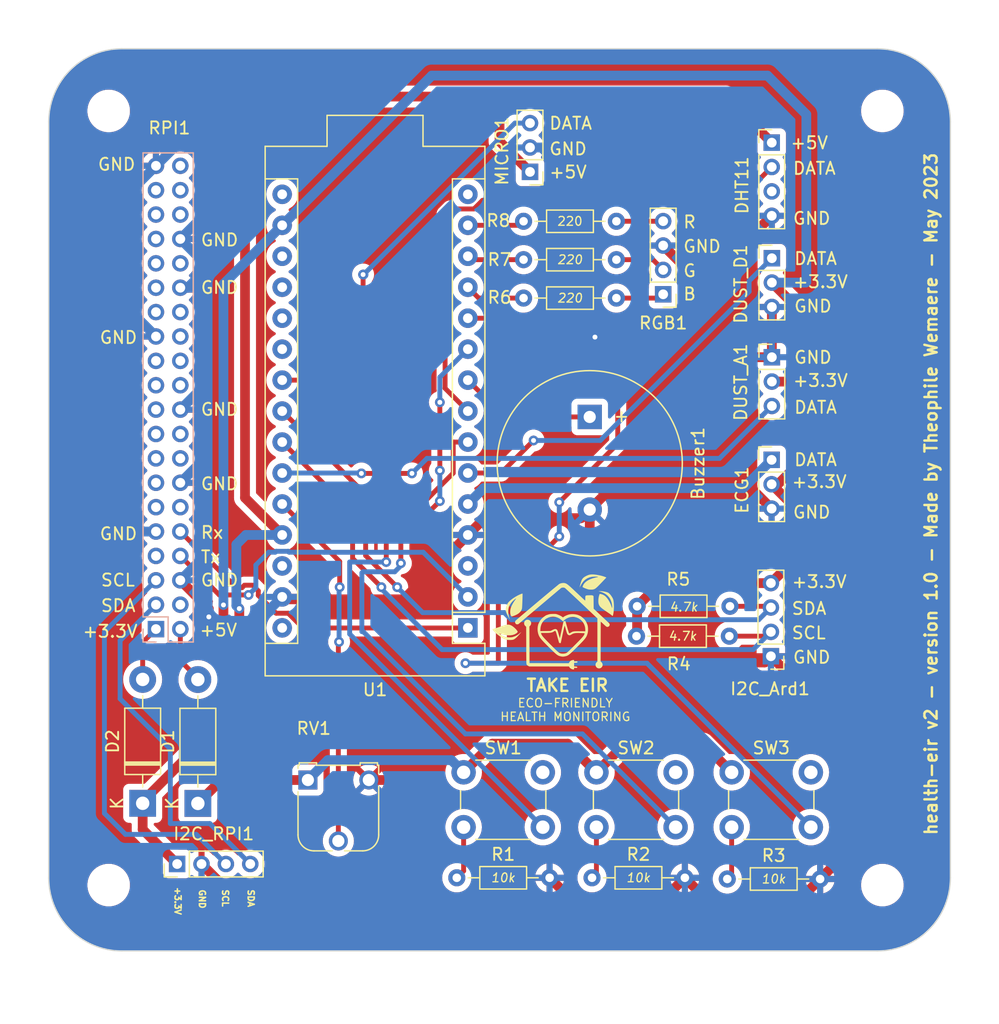
<source format=kicad_pcb>
(kicad_pcb (version 20221018) (generator pcbnew)
  (layers (0 "F.Cu" signal) (31 "B.Cu" signal) (34 "B.Paste" user) (35 "F.Paste" user) (36 "B.SilkS" user "B.Silkscreen") (37 "F.SilkS" user "F.Silkscreen") (38 "B.Mask" user) (39 "F.Mask" user) (44 "Edge.Cuts" user))
  (net 0 "")
  (net 1 "/BUZZER")
  (net 2 "GND")
  (net 3 "+5V")
  (net 4 "Net-(D1-A)")
  (net 5 "+3.3V")
  (net 6 "Net-(D2-A)")
  (net 7 "/MICROPHONE")
  (net 8 "/DHT11")
  (net 10 "/SHARP_ANALOG")
  (net 11 "/SHARP_DIGITAL")
  (net 12 "/SCL_CO2")
  (net 13 "/SDA_CO2")
  (net 14 "/ECG")
  (net 15 "/SDA_OLED")
  (net 16 "Net-(RGB1-Pin_1)")
  (net 17 "/SCL_OLED")
  (net 18 "Net-(RGB1-Pin_2)")
  (net 19 "/Tx_RPI")
  (net 20 "/Rx_RPI")
  (net 21 "Net-(RGB1-Pin_4)")
  (net 45 "/BLUE")
  (net 46 "/GREEN")
  (net 47 "/RED")
  (net 48 "Net-(R1-Pad1)")
  (net 49 "Net-(R2-Pad1)")
  (net 50 "Net-(R3-Pad1)")
  (net 51 "/POT")
  (net 60 "/SW1")
  (net 61 "/SW2")
  (net 62 "/SW3")
  (footprint "Connector_PinHeader_2.00mm:PinHeader_1x04_P2.00mm_Vertical" (layer "F.Cu") (at 176.27 82.83 180)
    (fp_text reference "I2C_Ard1")
    (fp_text value "Conn_01x04_Socket")
  )
  (footprint "Resistor_THT:R_Axial_DIN0204_L3.6mm_D1.6mm_P7.62mm_Horizontal" (layer "F.Cu") (at 172.86 81.18 180)
    (fp_text reference "R4")
    (fp_text value locked "4.7k ")
  )
  (footprint "Resistor_THT:R_Axial_DIN0204_L3.6mm_D1.6mm_P7.62mm_Horizontal" (layer "F.Cu") (at 172.91 78.73 180)
    (fp_text reference "R5")
    (fp_text value locked "4.7k ")
  )
  (footprint "Connector_PinHeader_2.00mm:PinHeader_1x03_P2.00mm_Vertical" (layer "F.Cu") (at 176.35 50.18)
    (fp_text reference "DUST_D1")
    (fp_text value "Conn_01x03_Socket")
  )
  (footprint "Connector_PinHeader_2.00mm:PinHeader_1x03_P2.00mm_Vertical" (layer "F.Cu") (at 156.5 43.1 180)
    (fp_text reference "MICRO1")
    (fp_text value "Conn_01x03_Socket")
  )
  (footprint "Resistor_THT:R_Axial_DIN0204_L3.6mm_D1.6mm_P7.62mm_Horizontal" (layer "F.Cu") (at 163.59 53.45 180)
    (fp_text reference "R6")
    (fp_text value "220")
  )
  (footprint "Resistor_THT:R_Axial_DIN0204_L3.6mm_D1.6mm_P7.62mm_Horizontal" (layer "F.Cu") (at 150.49 101)
    (fp_text reference "R1")
    (fp_text value "R 10K")
  )
  (footprint "Resistor_THT:R_Axial_DIN0204_L3.6mm_D1.6mm_P7.62mm_Horizontal" (layer "F.Cu") (at 163.59 47.15 180)
    (fp_text reference "R8")
    (fp_text value "220")
  )
  (footprint "Connector_PinHeader_2.00mm:PinHeader_1x04_P2.00mm_Vertical" (layer "F.Cu") (at 127.54 99.87 90)
    (fp_text reference "I2C_RPI1")
    (fp_text value "Conn_01x04_Socket")
  )
  (footprint "Connector_PinHeader_2.00mm:PinHeader_1x03_P2.00mm_Vertical" (layer "F.Cu") (at 176.35 58.3)
    (fp_text reference "DUST_A1")
    (fp_text value "Conn_01x03_Socket")
  )
  (footprint "Buzzer_Beeper:Buzzer_15x7.5RM7.6" (layer "F.Cu") (at 161.4 63.2 -90)
    (fp_text reference "Buzzer1")
    (fp_text value "Buzzer")
  )
  (footprint "Resistor_THT:R_Axial_DIN0204_L3.6mm_D1.6mm_P7.62mm_Horizontal" (layer "F.Cu") (at 172.69 101.1)
    (fp_text reference "R3")
    (fp_text value "R 10K")
  )
  (footprint "MountingHole:MountingHole_3mm" (layer "F.Cu") (at 121.92 38.1)
    (fp_text reference "H2" hide)
    (fp_text value "MountingHole")
  )
  (footprint "MountingHole:MountingHole_3mm" (layer "F.Cu") (at 121.92 101.6)
    (fp_text reference "H4" hide)
    (fp_text value "MountingHole")
  )
  (footprint "Connector_PinHeader_2.00mm:PinHeader_1x03_P2.00mm_Vertical" (layer "F.Cu") (at 176.33 66.72)
    (fp_text reference "ECG1")
    (fp_text value "Conn_01x03_Socket")
  )
  (footprint "Diode_THT:D_DO-41_SOD81_P10.16mm_Horizontal" (layer "F.Cu") (at 124.71 94.89 90)
    (fp_text reference "D2")
    (fp_text value "1N4007")
  )
  (footprint "Potentiometer_THT:Potentiometer_Runtron_RM-065_Vertical" (layer "F.Cu") (at 138.27 92.98)
    (fp_text reference "RV1")
    (fp_text value "R_Potentiometer")
  )
  (footprint "Button_Switch_THT:SW_PUSH_6mm_H5mm_PATCHED" (layer "F.Cu") (at 173.05 92.35)
    (fp_text reference "SW3")
    (fp_text value "SW_Push_Dual")
  )
  (footprint "Resistor_THT:R_Axial_DIN0204_L3.6mm_D1.6mm_P7.62mm_Horizontal" (layer "F.Cu") (at 161.59 101)
    (fp_text reference "R2")
    (fp_text value "R 10K")
  )
  (footprint "Connector_PinHeader_2.00mm:PinHeader_1x04_P2.00mm_Vertical" (layer "F.Cu") (at 167.43 53.14 180)
    (fp_text reference "RGB1")
    (fp_text value "Conn_01x04_Socket")
  )
  (footprint "Button_Switch_THT:SW_PUSH_6mm_H5mm_PATCHED" (layer "F.Cu") (at 161.95 92.35)
    (fp_text reference "SW2")
    (fp_text value "SW_Push_Dual")
  )
  (footprint "Resistor_THT:R_Axial_DIN0204_L3.6mm_D1.6mm_P7.62mm_Horizontal" (layer "F.Cu") (at 163.59 50.3 180)
    (fp_text reference "R7")
    (fp_text value "220")
  )
  (footprint "LOGO" (layer "F.Cu") (at 158.4 81.7)
    (fp_text reference "G***" hide)
    (fp_text value "LOGO" hide)
  )
  (footprint "MountingHole:MountingHole_3mm" (layer "F.Cu") (at 185.42 38.1)
    (fp_text reference "H1" hide)
    (fp_text value "MountingHole")
  )
  (footprint "MountingHole:MountingHole_3mm" (layer "F.Cu") (at 185.42 101.6)
    (fp_text reference "H3" hide)
    (fp_text value "MountingHole")
  )
  (footprint "Connector_PinHeader_2.00mm:PinHeader_1x04_P2.00mm_Vertical" (layer "F.Cu") (at 176.34 40.7)
    (fp_text reference "DHT11")
    (fp_text value "Conn_01x04_Socket")
  )
  (footprint "Arduino:Arduino_Nano" (layer "F.Cu") (at 151.4 80.5 180)
    (fp_text reference "U1")
    (fp_text value "Arduino_Nano")
  )
  (footprint "Button_Switch_THT:SW_PUSH_6mm_H5mm_PATCHED" (layer "F.Cu") (at 151.05 92.35)
    (fp_text reference "SW1")
    (fp_text value "SW_Push_Dual")
  )
  (footprint "Diode_THT:D_DO-41_SOD81_P10.16mm_Horizontal" (layer "F.Cu") (at 129.24 94.9 90)
    (fp_text reference "D1")
    (fp_text value "1N4007")
  )
  (footprint "Connector_PinHeader_2.00mm:PinHeader_2x20_P2.00mm_Vertical" (layer "B.Cu") (at 125.8 80.6)
    (fp_text reference "RPI1")
    (fp_text value "Conn_02x20_Odd_Even" hide)
  )
  (gr_arc (start 117 39) (mid 118.757359 34.757359) (end 123 33) (stroke (width 0.1)) (layer "Edge.Cuts"))
  (gr_line (start 191 39) (end 191 101) (stroke (width 0.1)) (layer "Edge.Cuts"))
  (gr_arc (start 191 101) (mid 189.242641 105.242641) (end 185 107) (stroke (width 0.1)) (layer "Edge.Cuts"))
  (gr_line (start 117 101) (end 117 39) (stroke (width 0.1)) (layer "Edge.Cuts"))
  (gr_arc (start 123 107) (mid 118.757359 105.242641) (end 117 101) (stroke (width 0.1)) (layer "Edge.Cuts"))
  (gr_line (start 185 33) (end 123 33) (stroke (width 0.1)) (layer "Edge.Cuts"))
  (gr_arc (start 185 33) (mid 189.242641 34.757359) (end 191 39) (stroke (width 0.1)) (layer "Edge.Cuts"))
  (gr_line (start 185 107) (end 123 107) (stroke (width 0.1)) (layer "Edge.Cuts"))
  (gr_text "GND\n" (at 129.3 101.9 270) (layer "F.SilkS") (effects (font (size 0.5 0.5) (thickness 0.125)) (justify left bottom)))
  (gr_text "GND" (at 129.4 69.27) (layer "F.SilkS") (effects (font (size 1 1)) (justify left bottom)))
  (gr_text "GND" (at 178 71.6) (layer "F.SilkS") (effects (font (size 1 1)) (justify left bottom)))
  (gr_text "G" (at 169 51.8) (layer "F.SilkS") (effects (font (size 1 1)) (justify left bottom)))
  (gr_text "Rx" (at 129.4 73.27) (layer "F.SilkS") (effects (font (size 1 1)) (justify left bottom)))
  (gr_text "+3.3V" (at 177.9 77.3) (layer "F.SilkS") (effects (font (size 1 1)) (justify left bottom)))
  (gr_text "GND" (at 178 47.5) (layer "F.SilkS") (effects (font (size 1 1)) (justify left bottom)))
  (gr_text "GND" (at 129.4 77.17) (layer "F.SilkS") (effects (font (size 1 1)) (justify left bottom)))
  (gr_text "GND" (at 121.1 73.37) (layer "F.SilkS") (effects (font (size 1 1)) (justify left bottom)))
  (gr_text "SCL" (at 121.2 77.17) (layer "F.SilkS") (effects (font (size 1 1)) (justify left bottom)))
  (gr_text "+3.3V" (at 178 52.7) (layer "F.SilkS") (effects (font (size 1 1)) (justify left bottom)))
  (gr_text "GND" (at 169 49.8) (layer "F.SilkS") (effects (font (size 1 1)) (justify left bottom)))
  (gr_text "GND" (at 158 41.8) (layer "F.SilkS") (effects (font (size 1 1)) (justify left bottom)))
  (gr_text "GND" (at 120.95 43.07) (layer "F.SilkS") (effects (font (size 1 1)) (justify left bottom)))
  (gr_text "R" (at 169 47.8) (layer "F.SilkS") (effects (font (size 1 1)) (justify left bottom)))
  (gr_text "TAKE EIR" (at 156.1 85.8) (layer "F.SilkS") (effects (font (size 1 1) (thickness 0.2) bold) (justify left bottom)))
  (gr_text "GND" (at 178.1 54.7) (layer "F.SilkS") (effects (font (size 1 1)) (justify left bottom)))
  (gr_text "ECO-FRIENDLY\nHEALTH MONITORING" (at 159.4 88.2) (layer "F.SilkS") (effects (font (size 0.7 0.7) (thickness 0.1)) (justify bottom)))
  (gr_text "GND" (at 129.4 49.27) (layer "F.SilkS") (effects (font (size 1 1)) (justify left bottom)))
  (gr_text "DATA\n" (at 178.1 50.8) (layer "F.SilkS") (effects (font (size 1 1)) (justify left bottom)))
  (gr_text "GND" (at 178.1 58.9) (layer "F.SilkS") (effects (font (size 1 1)) (justify left bottom)))
  (gr_text "+3.3V" (at 119.7 81.37) (layer "F.SilkS") (effects (font (size 1 1)) (justify left bottom)))
  (gr_text "+5V" (at 177.8 41.3) (layer "F.SilkS") (effects (font (size 1 1)) (justify left bottom)))
  (gr_text "SCL\n" (at 131.2 101.9 270) (layer "F.SilkS") (effects (font (size 0.5 0.5) (thickness 0.125)) (justify left bottom)))
  (gr_text "+5V" (at 129.3 81.27) (layer "F.SilkS") (effects (font (size 1 1)) (justify left bottom)))
  (gr_text "+3.3V" (at 178 60.8) (layer "F.SilkS") (effects (font (size 1 1)) (justify left bottom)))
  (gr_text "Tx" (at 129.4 75.27) (layer "F.SilkS") (effects (font (size 1 1)) (justify left bottom)))
  (gr_text "+5V" (at 158 43.7) (layer "F.SilkS") (effects (font (size 1 1)) (justify left bottom)))
  (gr_text "GND" (at 178 83.5) (layer "F.SilkS") (effects (font (size 1 1)) (justify left bottom)))
  (gr_text "DATA" (at 158 39.7) (layer "F.SilkS") (effects (font (size 1 1)) (justify left bottom)))
  (gr_text "SDA" (at 121.2 79.27) (layer "F.SilkS") (effects (font (size 1 1)) (justify left bottom)))
  (gr_text "SDA" (at 133.3 101.9 270) (layer "F.SilkS") (effects (font (size 0.5 0.5) (thickness 0.125)) (justify left bottom)))
  (gr_text "SDA\n" (at 177.9 79.5) (layer "F.SilkS") (effects (font (size 1 1)) (justify left bottom)))
  (gr_text "DATA" (at 178.1 67.3) (layer "F.SilkS") (effects (font (size 1 1)) (justify left bottom)))
  (gr_text "health-eir v2 - version 1.0 - Made by Theophile Wemaere - May 2023" (at 190 97.6 90) (layer "F.SilkS") (effects (font (size 1 1) (thickness 0.2) bold) (justify left bottom)))
  (gr_text "DATA" (at 178 43.4) (layer "F.SilkS") (effects (font (size 1 1)) (justify left bottom)))
  (gr_text "+3.3V" (at 177.9 69.1) (layer "F.SilkS") (effects (font (size 1 1)) (justify left bottom)))
  (gr_text "+3.3V" (at 127.3 101.7 270) (layer "F.SilkS") (effects (font (size 0.5 0.5) (thickness 0.125)) (justify left bottom)))
  (gr_text "GND" (at 121.1 57.27) (layer "F.SilkS") (effects (font (size 1 1)) (justify left bottom)))
  (gr_text "DATA\n" (at 178.1 63) (layer "F.SilkS") (effects (font (size 1 1)) (justify left bottom)))
  (gr_text "GND" (at 129.4 53.17) (layer "F.SilkS") (effects (font (size 1 1)) (justify left bottom)))
  (gr_text "SCL\n" (at 177.9 81.5) (layer "F.SilkS") (effects (font (size 1 1)) (justify left bottom)))
  (gr_text "B" (at 169 53.7) (layer "F.SilkS") (effects (font (size 1 1)) (justify left bottom)))
  (gr_text "GND" (at 129.4 63.17) (layer "F.SilkS") (effects (font (size 1 1)) (justify left bottom)))
  (segment (start 154.42 63.2) (end 151.4 60.18) (width 0.4) (layer "F.Cu") (net 1))
  (segment (start 161.4 63.2) (end 154.42 63.2) (width 0.4) (layer "F.Cu") (net 1))
  (segment (start 158.11 101) (end 160.01 102.9) (width 0.8) (layer "F.Cu") (net 2))
  (segment (start 169.94 58.27) (end 169.94 62.26) (width 0.8) (layer "F.Cu") (net 2))
  (segment (start 161.83 56.65) (end 169.94 56.65) (width 0.8) (layer "F.Cu") (net 2))
  (segment (start 178.51 102.9) (end 180.31 101.1) (width 0.8) (layer "F.Cu") (net 2))
  (segment (start 169.94 56.65) (end 169.94 58.27) (width 0.8) (layer "F.Cu") (net 2))
  (segment (start 175.76 83.34) (end 156.25 83.34) (width 0.8) (layer "F.Cu") (net 2))
  (segment (start 169.94 62.26) (end 161.4 70.8) (width 0.8) (layer "F.Cu") (net 2))
  (segment (start 162.26 70.8) (end 161.4 70.8) (width 0.25) (layer "F.Cu") (net 2))
  (segment (start 176.35 58.3) (end 172.85 58.3) (width 0.8) (layer "F.Cu") (net 2))
  (segment (start 161.4 70.8) (end 161.4 70.72) (width 0.25) (layer "F.Cu") (net 2))
  (segment (start 161.4 70.8) (end 161.4 77.41) (width 0.8) (layer "F.Cu") (net 2))
  (segment (start 156.25 83.34) (end 155.86 82.95) (width 0.8) (layer "F.Cu") (net 2))
  (segment (start 176.33 70.72) (end 169.94 64.33) (width 0.8) (layer "F.Cu") (net 2))
  (segment (start 169.94 64.33) (end 169.94 62.26) (width 0.8) (layer "F.Cu") (net 2))
  (segment (start 145.83 98.9) (end 145.83 92.98) (width 0.8) (layer "F.Cu") (net 2))
  (segment (start 131.67 102) (end 142.73 102) (width 0.8) (layer "F.Cu") (net 2))
  (segment (start 167.43 49.14) (end 169.94 51.65) (width 0.8) (layer "F.Cu") (net 2))
  (segment (start 176.34 46.7) (end 172.85 50.19) (width 0.8) (layer "F.Cu") (net 2))
  (segment (start 171.11 102.9) (end 178.51 102.9) (width 0.8) (layer "F.Cu") (net 2))
  (segment (start 167.31 102.9) (end 169.21 101) (width 0.8) (layer "F.Cu") (net 2))
  (segment (start 152.78 71.5) (end 151.4 72.88) (width 0.8) (layer "F.Cu") (net 2))
  (segment (start 142.73 102) (end 145.83 98.9) (width 0.8) (layer "F.Cu") (net 2))
  (segment (start 129.54 99.87) (end 131.67 102) (width 0.8) (layer "F.Cu") (net 2))
  (segment (start 172.85 58.3) (end 169.97 58.3) (width 0.8) (layer "F.Cu") (net 2))
  (segment (start 176.27 82.83) (end 182.4 88.96) (width 0.8) (layer "F.Cu") (net 2))
  (segment (start 176.27 82.83) (end 175.76 83.34) (width 0.8) (layer "F.Cu") (net 2))
  (segment (start 172.85 50.19) (end 172.85 58.3) (width 0.8) (layer "F.Cu") (net 2))
  (segment (start 160.7 71.5) (end 152.78 71.5) (width 0.8) (layer "F.Cu") (net 2))
  (segment (start 182.4 88.96) (end 182.4 99.01) (width 0.8) (layer "F.Cu") (net 2))
  (segment (start 161.4 77.41) (end 155.86 82.95) (width 0.8) (layer "F.Cu") (net 2))
  (segment (start 145.83 92.98) (end 143.27 92.98) (width 0.8) (layer "F.Cu") (net 2))
  (segment (start 129.4 52.6) (end 127.8 52.6) (width 0.8) (layer "F.Cu") (net 2))
  (segment (start 182.4 99.01) (end 180.31 101.1) (width 0.8) (layer "F.Cu") (net 2))
  (segment (start 161.4 70.72) (end 161.36 70.68) (width 0.25) (layer "F.Cu") (net 2))
  (segment (start 160.01 102.9) (end 167.31 102.9) (width 0.8) (layer "F.Cu") (net 2))
  (segment (start 155.86 82.95) (end 145.83 92.98) (width 0.8) (layer "F.Cu") (net 2))
  (segment (start 169.97 58.3) (end 169.94 58.27) (width 0.8) (layer "F.Cu") (net 2))
  (segment (start 161.4 70.8) (end 160.7 71.5) (width 0.8) (layer "F.Cu") (net 2))
  (segment (start 176.35 54.18) (end 176.35 58.3) (width 0.8) (layer "F.Cu") (net 2))
  (segment (start 169.21 101) (end 171.11 102.9) (width 0.8) (layer "F.Cu") (net 2))
  (segment (start 151.4 72.88) (end 146.12 78.16) (width 0.8) (layer "F.Cu") (net 2))
  (segment (start 169.94 51.65) (end 169.94 56.65) (width 0.8) (layer "F.Cu") (net 2))
  (segment (start 136.36 78.16) (end 136.16 77.96) (width 0.8) (layer "F.Cu") (net 2))
  (segment (start 130.14 78.94) (end 130.14 79.6) (width 0.8) (layer "F.Cu") (net 2))
  (segment (start 146.12 78.16) (end 136.36 78.16) (width 0.8) (layer "F.Cu") (net 2))
  (segment (start 127.8 76.6) (end 130.14 78.94) (width 0.8) (layer "F.Cu") (net 2))
  (via (at 130.14 79.6) (size 0.8) (drill 0.4) (layers "F.Cu" "B.Cu") (net 2))
  (via (at 161.83 56.65) (size 0.8) (drill 0.4) (layers "F.Cu" "B.Cu") (net 2))
  (segment (start 124 71.9) (end 124.7 72.6) (width 0.8) (layer "B.Cu") (net 2))
  (segment (start 124 54.8) (end 125.8 56.6) (width 0.8) (layer "B.Cu") (net 2))
  (segment (start 134.2 79.92) (end 136.16 77.96) (width 0.8) (layer "B.Cu") (net 2))
  (segment (start 130 60.4) (end 130 66) (width 0.8) (layer "B.Cu") (net 2))
  (segment (start 129.6 52.6) (end 130 53) (width 0.8) (layer "B.Cu") (net 2))
  (segment (start 160.512297 44.157703) (end 161.83 45.475406) (width 0.8) (layer "B.Cu") (net 2))
  (segment (start 130 46.4) (end 130 41.998438) (width 0.8) (layer "B.Cu") (net 2))
  (segment (start 127.4 41) (end 125.8 42.6) (width 0.8) (layer "B.Cu") (net 2))
  (segment (start 130 60.4) (end 127.8 62.6) (width 0.8) (layer "B.Cu") (net 2))
  (segment (start 161.83 45.475406) (end 161.83 56.65) (width 0.8) (layer "B.Cu") (net 2))
  (segment (start 128.4 52.6) (end 130 51) (width 0.8) (layer "B.Cu") (net 2))
  (segment (start 130 66) (end 130 74.4) (width 0.8) (layer "B.Cu") (net 2))
  (segment (start 130 41.998438) (end 129.001562 41) (width 0.8) (layer "B.Cu") (net 2))
  (segment (start 127.8 48.6) (end 130 46.4) (width 0.8) (layer "B.Cu") (net 2))
  (segment (start 129.001562 41) (end 127.4 41) (width 0.8) (layer "B.Cu") (net 2))
  (segment (start 130.46 79.92) (end 134.2 79.92) (width 0.8) (layer "B.Cu") (net 2))
  (segment (start 124 44.4) (end 124 54.8) (width 0.8) (layer "B.Cu") (net 2))
  (segment (start 127.8 52.6) (end 129.6 52.6) (width 0.8) (layer "B.Cu") (net 2))
  (segment (start 157.454594 41.1) (end 160.512297 44.157703) (width 0.8) (layer "B.Cu") (net 2))
  (segment (start 130 66) (end 130 66.4) (width 0.8) (layer "B.Cu") (net 2))
  (segment (start 156.5 41.1) (end 157.454594 41.1) (width 0.8) (layer "B.Cu") (net 2))
  (segment (start 130 53) (end 130 60.4) (width 0.8) (layer "B.Cu") (net 2))
  (segment (start 127.8 52.6) (end 128.4 52.6) (width 0.8) (layer "B.Cu") (net 2))
  (segment (start 130 51) (end 130 50.8) (width 0.8) (layer "B.Cu") (net 2))
  (segment (start 125.8 42.6) (end 124 44.4) (width 0.8) (layer "B.Cu") (net 2))
  (segment (start 130 50.8) (end 127.8 48.6) (width 0.8) (layer "B.Cu") (net 2))
  (segment (start 130.14 79.6) (end 130.46 79.92) (width 0.8) (layer "B.Cu") (net 2))
  (segment (start 124.7 72.6) (end 125.8 72.6) (width 0.8) (layer "B.Cu") (net 2))
  (segment (start 124 54.8) (end 124 71.9) (width 0.8) (layer "B.Cu") (net 2))
  (segment (start 130 66.4) (end 127.8 68.6) (width 0.8) (layer "B.Cu") (net 2))
  (segment (start 130 74.4) (end 127.8 76.6) (width 0.8) (layer "B.Cu") (net 2))
  (segment (start 173.05 92.35) (end 170.7 90) (width 0.8) (layer "F.Cu") (net 3))
  (segment (start 129.31 94.75) (end 129.28 94.78) (width 0.25) (layer "F.Cu") (net 3))
  (segment (start 132.64 91.5) (end 134.12 92.98) (width 0.8) (layer "F.Cu") (net 3))
  (segment (start 134.12 92.98) (end 138.27 92.98) (width 0.8) (layer "F.Cu") (net 3))
  (segment (start 133.11 69.83) (end 136.16 72.88) (width 0.8) (layer "F.Cu") (net 3))
  (segment (start 170.7 90) (end 164.3 90) (width 0.8) (layer "F.Cu") (net 3))
  (segment (start 159.6 90) (end 161.95 92.35) (width 0.8) (layer "F.Cu") (net 3))
  (segment (start 129.24 94.9) (end 129.24 94.82) (width 0.8) (layer "F.Cu") (net 3))
  (segment (start 129.24 94.9) (end 132.64 91.5) (width 0.8) (layer "F.Cu") (net 3))
  (segment (start 129.24 94.9) (end 129.4 94.9) (width 0.25) (layer "F.Cu") (net 3))
  (segment (start 129.24 94.9) (end 129.54 94.9) (width 0.4) (layer "F.Cu") (net 3))
  (segment (start 164.3 90) (end 161.95 92.35) (width 0.8) (layer "F.Cu") (net 3))
  (segment (start 129.4 94.9) (end 129.43 94.87) (width 0.25) (layer "F.Cu") (net 3))
  (segment (start 154 40.6) (end 154 36.92) (width 0.8) (layer "F.Cu") (net 3))
  (segment (start 176.34 40.7) (end 172.56 36.92) (width 0.8) (layer "F.Cu") (net 3))
  (segment (start 151.05 92.35) (end 153.4 90) (width 0.8) (layer "F.Cu") (net 3))
  (segment (start 172.56 36.92) (end 154 36.92) (width 0.8) (layer "F.Cu") (net 3))
  (segment (start 154 36.92) (end 133.11 36.92) (width 0.8) (layer "F.Cu") (net 3))
  (segment (start 132.64 91.5) (end 132.64 78.92) (width 0.8) (layer "F.Cu") (net 3))
  (segment (start 129.24 94.82) (end 129.28 94.78) (width 0.8) (layer "F.Cu") (net 3))
  (segment (start 129.43 94.87) (end 129.31 94.75) (width 0.25) (layer "F.Cu") (net 3))
  (segment (start 133.11 36.92) (end 133.11 69.83) (width 0.8) (layer "F.Cu") (net 3))
  (segment (start 129.54 94.9) (end 129.67 95.03) (width 0.4) (layer "F.Cu") (net 3))
  (segment (start 156.5 43.1) (end 154 40.6) (width 0.8) (layer "F.Cu") (net 3))
  (segment (start 153.4 90) (end 159.6 90) (width 0.8) (layer "F.Cu") (net 3))
  (via (at 132.64 78.92) (size 0.8) (drill 0.4) (layers "F.Cu" "B.Cu") (net 3))
  (segment (start 150.05 91.35) (end 139.9 91.35) (width 0.8) (layer "B.Cu") (net 3))
  (segment (start 132.64 78.92) (end 132.6 78.88) (width 0.4) (layer "B.Cu") (net 3))
  (segment (start 132.6 78.88) (end 132.4 78.68) (width 0.8) (layer "B.Cu") (net 3))
  (segment (start 139.9 91.35) (end 138.27 92.98) (width 0.8) (layer "B.Cu") (net 3))
  (segment (start 133.18 72.88) (end 135.44 72.88) (width 0.8) (layer "B.Cu") (net 3))
  (segment (start 132.4 78.68) (end 132.4 73.66) (width 0.8) (layer "B.Cu") (net 3))
  (segment (start 135.44 72.88) (end 136.16 72.88) (width 0.4) (layer "B.Cu") (net 3))
  (segment (start 151.05 92.35) (end 150.05 91.35) (width 0.8) (layer "B.Cu") (net 3))
  (segment (start 132.4 73.66) (end 133.18 72.88) (width 0.8) (layer "B.Cu") (net 3))
  (segment (start 129.24 84.74) (end 129.27 84.74) (width 0.25) (layer "F.Cu") (net 4))
  (segment (start 129.27 84.74) (end 129.31 84.7) (width 0.25) (layer "F.Cu") (net 4))
  (segment (start 129.31 84.7) (end 127.8 83.19) (width 0.4) (layer "F.Cu") (net 4))
  (segment (start 127.8 83.19) (end 127.8 80.6) (width 0.4) (layer "F.Cu") (net 4))
  (segment (start 176.33 68.72) (end 178.36 70.75) (width 0.8) (layer "F.Cu") (net 5))
  (segment (start 176.35 60.3) (end 178.44 60.3) (width 0.8) (layer "F.Cu") (net 5))
  (segment (start 178.36 74.74) (end 176.27 76.83) (width 0.8) (layer "F.Cu") (net 5))
  (segment (start 124.71 94.89) (end 124.71 97.04) (width 0.8) (layer "F.Cu") (net 5))
  (segment (start 178.44 67.13) (end 176.85 68.72) (width 0.8) (layer "F.Cu") (net 5))
  (segment (start 176.35 52.18) (end 178.44 54.27) (width 0.8) (layer "F.Cu") (net 5))
  (segment (start 167.19 76.83) (end 176.27 76.83) (width 0.8) (layer "F.Cu") (net 5))
  (segment (start 165.29 81.13) (end 165.24 81.18) (width 0.4) (layer "F.Cu") (net 5))
  (segment (start 165.29 78.73) (end 165.29 81.13) (width 0.8) (layer "F.Cu") (net 5))
  (segment (start 124.71 94.89) (end 124.57 94.89) (width 0.4) (layer "F.Cu") (net 5))
  (segment (start 124.56 94.88) (end 131.34 88.1) (width 0.8) (layer "F.Cu") (net 5))
  (segment (start 176.85 68.72) (end 176.33 68.72) (width 0.8) (layer "F.Cu") (net 5))
  (segment (start 178.44 60.3) (end 178.44 62.39) (width 0.8) (layer "F.Cu") (net 5))
  (segment (start 131.34 88.1) (end 131.34 78.62) (width 0.8) (layer "F.Cu") (net 5))
  (segment (start 124.57 94.89) (end 124.56 94.88) (width 0.4) (layer "F.Cu") (net 5))
  (segment (start 178.36 70.75) (end 178.36 74.74) (width 0.8) (layer "F.Cu") (net 5))
  (segment (start 165.29 78.73) (end 167.19 76.83) (width 0.8) (layer "F.Cu") (net 5))
  (segment (start 178.44 54.27) (end 178.44 62.39) (width 0.8) (layer "F.Cu") (net 5))
  (segment (start 178.44 62.39) (end 178.44 67.13) (width 0.8) (layer "F.Cu") (net 5))
  (segment (start 124.3 95.3) (end 124.71 94.89) (width 0.8) (layer "F.Cu") (net 5))
  (segment (start 124.71 97.04) (end 127.54 99.87) (width 0.8) (layer "F.Cu") (net 5))
  (via (at 131.34 78.62) (size 0.8) (drill 0.4) (layers "F.Cu" "B.Cu") (net 5))
  (segment (start 179.18 38.39) (end 179.18 52.12) (width 0.8) (layer "B.Cu") (net 5))
  (segment (start 131.34 78.62) (end 131.34 52.3) (width 0.8) (layer "B.Cu") (net 5))
  (segment (start 136.16 47.48) (end 148.44 35.2) (width 0.8) (layer "B.Cu") (net 5))
  (segment (start 175.99 35.2) (end 179.18 38.39) (width 0.8) (layer "B.Cu") (net 5))
  (segment (start 148.44 35.2) (end 175.99 35.2) (width 0.8) (layer "B.Cu") (net 5))
  (segment (start 179.18 52.12) (end 179.12 52.18) (width 0.8) (layer "B.Cu") (net 5))
  (segment (start 179.12 52.18) (end 176.35 52.18) (width 0.8) (layer "B.Cu") (net 5))
  (segment (start 131.34 52.3) (end 136.16 47.48) (width 0.8) (layer "B.Cu") (net 5))
  (segment (start 124.71 81.69) (end 125.8 80.6) (width 0.4) (layer "F.Cu") (net 6))
  (segment (start 124.71 84.73) (end 124.71 81.69) (width 0.4) (layer "F.Cu") (net 6))
  (segment (start 142.8 51.52) (end 142.8 58.86) (width 0.4) (layer "F.Cu") (net 7))
  (segment (start 142.8 58.86) (end 141.48 60.18) (width 0.4) (layer "F.Cu") (net 7))
  (segment (start 141.48 60.18) (end 136.16 60.18) (width 0.4) (layer "F.Cu") (net 7))
  (via (at 142.8 51.52) (size 0.8) (drill 0.4) (layers "F.Cu" "B.Cu") (net 7))
  (segment (start 142.840101 51.52) (end 142.8 51.52) (width 0.8) (layer "B.Cu") (net 7))
  (segment (start 155.260101 39.1) (end 142.840101 51.52) (width 0.4) (layer "B.Cu") (net 7))
  (segment (start 156.5 39.1) (end 155.260101 39.1) (width 0.4) (layer "B.Cu") (net 7))
  (segment (start 149.96 46.14) (end 149.53 46.57) (width 0.4) (layer "F.Cu") (net 8))
  (segment (start 149.53 60.85) (end 151.4 62.72) (width 0.4) (layer "F.Cu") (net 8))
  (segment (start 152.6 45.437057) (end 151.897057 46.14) (width 0.4) (layer "F.Cu") (net 8))
  (segment (start 176.34 42.7) (end 173.602943 45.437057) (width 0.4) (layer "F.Cu") (net 8))
  (segment (start 173.602943 45.437057) (end 152.6 45.437057) (width 0.4) (layer "F.Cu") (net 8))
  (segment (start 151.897057 46.14) (end 149.96 46.14) (width 0.4) (layer "F.Cu") (net 8))
  (segment (start 149.53 46.57) (end 149.53 60.85) (width 0.4) (layer "F.Cu") (net 8))
  (segment (start 146.81 67.83) (end 142.66 67.83) (width 0.4) (layer "F.Cu") (net 10))
  (via (at 142.66 67.83) (size 0.8) (drill 0.4) (layers "F.Cu" "B.Cu") (net 10))
  (via (at 146.81 67.83) (size 0.8) (drill 0.4) (layers "F.Cu" "B.Cu") (net 10))
  (segment (start 142.63 67.8) (end 136.16 67.8) (width 0.4) (layer "B.Cu") (net 10))
  (segment (start 142.66 67.83) (end 142.63 67.8) (width 0.4) (layer "B.Cu") (net 10))
  (segment (start 172.05 66.6) (end 148.04 66.6) (width 0.4) (layer "B.Cu") (net 10))
  (segment (start 176.35 62.3) (end 172.05 66.6) (width 0.4) (layer "B.Cu") (net 10))
  (segment (start 148.04 66.6) (end 146.81 67.83) (width 0.4) (layer "B.Cu") (net 10))
  (segment (start 156.79 65.13) (end 154.12 67.8) (width 0.4) (layer "F.Cu") (net 11))
  (segment (start 154.12 67.8) (end 151.4 67.8) (width 0.4) (layer "F.Cu") (net 11))
  (via (at 156.79 65.13) (size 0.8) (drill 0.4) (layers "F.Cu" "B.Cu") (net 11))
  (segment (start 174.48 52.92) (end 162.27 65.13) (width 0.4) (layer "B.Cu") (net 11))
  (segment (start 162.27 65.13) (end 156.79 65.13) (width 0.4) (layer "B.Cu") (net 11))
  (segment (start 174.48 52.05) (end 174.48 52.92) (width 0.4) (layer "B.Cu") (net 11))
  (segment (start 176.35 50.18) (end 174.48 52.05) (width 0.4) (layer "B.Cu") (net 11))
  (segment (start 141.94 74.8005) (end 141.94 71.04) (width 0.4) (layer "F.Cu") (net 12))
  (segment (start 172.86 81.18) (end 175.92 81.18) (width 0.4) (layer "F.Cu") (net 12))
  (segment (start 141.94 71.04) (end 136.16 65.26) (width 0.4) (layer "F.Cu") (net 12))
  (segment (start 144.3 77.1605) (end 141.94 74.8005) (width 0.4) (layer "F.Cu") (net 12))
  (segment (start 175.92 81.18) (end 176.27 80.83) (width 0.4) (layer "F.Cu") (net 12))
  (via (at 144.3 77.1605) (size 0.8) (drill 0.4) (layers "F.Cu" "B.Cu") (net 12))
  (segment (start 149.28 82.28) (end 174.82 82.28) (width 0.4) (layer "B.Cu") (net 12))
  (segment (start 144.3 77.3) (end 149.28 82.28) (width 0.4) (layer "B.Cu") (net 12))
  (segment (start 174.82 82.28) (end 176.27 80.83) (width 0.4) (layer "B.Cu") (net 12))
  (segment (start 144.3 77.1605) (end 144.3 77.3) (width 0.4) (layer "B.Cu") (net 12))
  (segment (start 172.91 78.73) (end 172.91 78.66) (width 0.8) (layer "F.Cu") (net 13))
  (segment (start 176.17 78.73) (end 176.27 78.83) (width 0.4) (layer "F.Cu") (net 13))
  (segment (start 143.01 69.57) (end 136.16 62.72) (width 0.4) (layer "F.Cu") (net 13))
  (segment (start 172.91 78.66) (end 172.95 78.62) (width 0.8) (layer "F.Cu") (net 13))
  (segment (start 145.6 77.1605) (end 143.01 74.5705) (width 0.4) (layer "F.Cu") (net 13))
  (segment (start 143.01 74.5705) (end 143.01 69.57) (width 0.4) (layer "F.Cu") (net 13))
  (segment (start 172.91 78.73) (end 176.17 78.73) (width 0.4) (layer "F.Cu") (net 13))
  (via (at 145.6 77.1605) (size 0.8) (drill 0.4) (layers "F.Cu" "B.Cu") (net 13))
  (segment (start 154.387057 79.25) (end 154.967057 79.83) (width 0.4) (layer "B.Cu") (net 13))
  (segment (start 147.6895 79.25) (end 154.387057 79.25) (width 0.4) (layer "B.Cu") (net 13))
  (segment (start 154.967057 79.83) (end 175.27 79.83) (width 0.4) (layer "B.Cu") (net 13))
  (segment (start 175.27 79.83) (end 176.27 78.83) (width 0.4) (layer "B.Cu") (net 13))
  (segment (start 145.6 77.1605) (end 147.6895 79.25) (width 0.4) (layer "B.Cu") (net 13))
  (segment (start 174.01 69.04) (end 152.7 69.04) (width 0.8) (layer "B.Cu") (net 14))
  (segment (start 176.33 66.72) (end 174.01 69.04) (width 0.8) (layer "B.Cu") (net 14))
  (segment (start 152.7 69.04) (end 151.4 70.34) (width 0.8) (layer "B.Cu") (net 14))
  (segment (start 126.98 96.55) (end 126.98 90.44) (width 0.4) (layer "B.Cu") (net 15))
  (segment (start 126.98 90.44) (end 122.86 86.32) (width 0.4) (layer "B.Cu") (net 15))
  (segment (start 126.98 96.55) (end 130.22 96.55) (width 0.4) (layer "B.Cu") (net 15))
  (segment (start 122.86 81.54) (end 125.8 78.6) (width 0.4) (layer "B.Cu") (net 15))
  (segment (start 130.22 96.55) (end 133.54 99.87) (width 0.4) (layer "B.Cu") (net 15))
  (segment (start 122.86 86.32) (end 122.86 81.54) (width 0.4) (layer "B.Cu") (net 15))
  (segment (start 167.12 53.45) (end 167.43 53.14) (width 0.25) (layer "F.Cu") (net 16))
  (segment (start 163.59 53.45) (end 167.12 53.45) (width 0.4) (layer "F.Cu") (net 16))
  (segment (start 129.11 97.44) (end 131.54 99.87) (width 0.4) (layer "B.Cu") (net 17))
  (segment (start 121.57 80.83) (end 121.57 95.71) (width 0.4) (layer "B.Cu") (net 17))
  (segment (start 125.8 76.6) (end 121.57 80.83) (width 0.4) (layer "B.Cu") (net 17))
  (segment (start 123.3 97.44) (end 129.11 97.44) (width 0.4) (layer "B.Cu") (net 17))
  (segment (start 121.57 95.71) (end 123.3 97.44) (width 0.4) (layer "B.Cu") (net 17))
  (segment (start 163.59 50.3) (end 166.59 50.3) (width 0.4) (layer "F.Cu") (net 18))
  (segment (start 166.59 50.3) (end 167.43 51.14) (width 0.4) (layer "F.Cu") (net 18))
  (segment (start 127.8 74.6) (end 131 77.8) (width 0.4) (layer "F.Cu") (net 19))
  (segment (start 131 77.8) (end 133.4 77.8) (width 0.4) (layer "F.Cu") (net 19))
  (via (at 133.4 77.8) (size 0.8) (drill 0.4) (layers "F.Cu" "B.Cu") (net 19))
  (segment (start 139.595 74.295) (end 139.6 74.3) (width 0.25) (layer "B.Cu") (net 19))
  (segment (start 147.74 74.3) (end 151.4 77.96) (width 0.4) (layer "B.Cu") (net 19))
  (segment (start 135.662943 74.22) (end 136.657057 74.22) (width 0.4) (layer "B.Cu") (net 19))
  (segment (start 139.6 74.3) (end 147.74 74.3) (width 0.4) (layer "B.Cu") (net 19))
  (segment (start 135.587943 74.295) (end 135.662943 74.22) (width 0.4) (layer "B.Cu") (net 19))
  (segment (start 134 77.2) (end 134 75.345304) (width 0.4) (layer "B.Cu") (net 19))
  (segment (start 136.732057 74.295) (end 139.595 74.295) (width 0.4) (layer "B.Cu") (net 19))
  (segment (start 133.4 77.8) (end 134 77.2) (width 0.4) (layer "B.Cu") (net 19))
  (segment (start 135.050304 74.295) (end 135.587943 74.295) (width 0.4) (layer "B.Cu") (net 19))
  (segment (start 134 75.345304) (end 135.050304 74.295) (width 0.4) (layer "B.Cu") (net 19))
  (segment (start 136.657057 74.22) (end 136.732057 74.295) (width 0.4) (layer "B.Cu") (net 19))
  (segment (start 134.2 77.468629) (end 134.2 77.837057) (width 0.4) (layer "F.Cu") (net 20))
  (segment (start 127.8 72.6) (end 132.4 77.2) (width 0.4) (layer "F.Cu") (net 20))
  (segment (start 134.2 77.837057) (end 135.662943 79.3) (width 0.4) (layer "F.Cu") (net 20))
  (segment (start 132.4 77.2) (end 132.868629 77.2) (width 0.4) (layer "F.Cu") (net 20))
  (segment (start 132.868629 77.2) (end 133.068629 77) (width 0.4) (layer "F.Cu") (net 20))
  (segment (start 135.662943 79.3) (end 136.657057 79.3) (width 0.4) (layer "F.Cu") (net 20))
  (segment (start 137.867057 80.51) (end 151.39 80.51) (width 0.4) (layer "F.Cu") (net 20))
  (segment (start 151.39 80.51) (end 151.4 80.5) (width 0.4) (layer "F.Cu") (net 20))
  (segment (start 133.068629 77) (end 133.731371 77) (width 0.4) (layer "F.Cu") (net 20))
  (segment (start 136.657057 79.3) (end 137.867057 80.51) (width 0.4) (layer "F.Cu") (net 20))
  (segment (start 133.731371 77) (end 134.2 77.468629) (width 0.4) (layer "F.Cu") (net 20))
  (segment (start 167.42 47.15) (end 167.43 47.14) (width 0.25) (layer "F.Cu") (net 21))
  (segment (start 163.59 47.15) (end 167.42 47.15) (width 0.4) (layer "F.Cu") (net 21))
  (segment (start 155.97 53.45) (end 152.29 53.45) (width 0.4) (layer "F.Cu") (net 45))
  (segment (start 152.29 53.45) (end 151.4 52.56) (width 0.4) (layer "F.Cu") (net 45))
  (segment (start 151.68 50.3) (end 151.4 50.02) (width 0.25) (layer "F.Cu") (net 46))
  (segment (start 155.97 50.3) (end 151.68 50.3) (width 0.4) (layer "F.Cu") (net 46))
  (segment (start 156.06 47.15) (end 155.73 47.48) (width 0.25) (layer "F.Cu") (net 47))
  (segment (start 155.97 47.15) (end 156.06 47.15) (width 0.25) (layer "F.Cu") (net 47))
  (segment (start 155.73 47.48) (end 151.4 47.48) (width 0.4) (layer "F.Cu") (net 47))
  (segment (start 151.05 100.44) (end 150.49 101) (width 0.4) (layer "F.Cu") (net 48))
  (segment (start 151.05 96.85) (end 151.05 100.44) (width 0.4) (layer "F.Cu") (net 48))
  (segment (start 161.95 100.64) (end 161.59 101) (width 0.4) (layer "F.Cu") (net 49))
  (segment (start 161.95 96.85) (end 161.95 100.64) (width 0.4) (layer "F.Cu") (net 49))
  (segment (start 173.05 100.74) (end 172.69 101.1) (width 0.4) (layer "F.Cu") (net 50))
  (segment (start 173.05 96.85) (end 173.05 100.74) (width 0.4) (layer "F.Cu") (net 50))
  (segment (start 140.77 81.71) (end 140.83 81.65) (width 0.4) (layer "F.Cu") (net 51))
  (segment (start 140.77 97.98) (end 140.77 81.71) (width 0.4) (layer "F.Cu") (net 51))
  (segment (start 140.88 77.16) (end 140.88 75.06) (width 0.4) (layer "F.Cu") (net 51))
  (segment (start 140.88 75.06) (end 136.16 70.34) (width 0.4) (layer "F.Cu") (net 51))
  (via (at 140.88 77.16) (size 0.8) (drill 0.4) (layers "F.Cu" "B.Cu") (net 51))
  (via (at 140.83 81.65) (size 0.8) (drill 0.4) (layers "F.Cu" "B.Cu") (net 51))
  (segment (start 140.83 81.65) (end 140.83 77.21) (width 0.4) (layer "B.Cu") (net 51))
  (segment (start 140.83 77.21) (end 140.88 77.16) (width 0.4) (layer "B.Cu") (net 51))
  (segment (start 150.2 67.8) (end 150.2 65.3) (width 0.4) (layer "F.Cu") (net 60))
  (segment (start 144.7 75.1) (end 144.7 73.3) (width 0.4) (layer "F.Cu") (net 60))
  (segment (start 150.2 65.3) (end 150.24 65.26) (width 0.4) (layer "F.Cu") (net 60))
  (segment (start 144.7 73.3) (end 150.2 67.8) (width 0.4) (layer "F.Cu") (net 60))
  (segment (start 150.24 65.26) (end 151.4 65.26) (width 0.4) (layer "F.Cu") (net 60))
  (via (at 144.7 75.1) (size 0.8) (drill 0.4) (layers "F.Cu" "B.Cu") (net 60))
  (segment (start 141.7 81) (end 141.7 75.1) (width 0.4) (layer "B.Cu") (net 60))
  (segment (start 141.7 75.1) (end 144.7 75.1) (width 0.4) (layer "B.Cu") (net 60))
  (segment (start 157.55 96.85) (end 141.7 81) (width 0.4) (layer "B.Cu") (net 60))
  (segment (start 145.9 73.3) (end 145.9 75.2) (width 0.4) (layer "F.Cu") (net 61))
  (segment (start 149.1 70.1) (end 145.9 73.3) (width 0.4) (layer "F.Cu") (net 61))
  (segment (start 149.1 67.6) (end 149.1 62) (width 0.4) (layer "F.Cu") (net 61))
  (via (at 149.1 70.1) (size 0.8) (drill 0.4) (layers "F.Cu" "B.Cu") (net 61))
  (via (at 149.1 67.6) (size 0.8) (drill 0.4) (layers "F.Cu" "B.Cu") (net 61))
  (via (at 149.1 62) (size 0.8) (drill 0.4) (layers "F.Cu" "B.Cu") (net 61))
  (via (at 145.9 75.2) (size 0.8) (drill 0.4) (layers "F.Cu" "B.Cu") (net 61))
  (segment (start 142.8 75.9) (end 145.4 75.9) (width 0.4) (layer "B.Cu") (net 61))
  (segment (start 149.1 62) (end 149.1 59.94) (width 0.4) (layer "B.Cu") (net 61))
  (segment (start 145.9 75.4) (end 145.9 75.2) (width 0.4) (layer "B.Cu") (net 61))
  (segment (start 149.1 59.94) (end 151.4 57.64) (width 0.4) (layer "B.Cu") (net 61))
  (segment (start 168.45 96.85) (end 160.8 89.2) (width 0.4) (layer "B.Cu") (net 61))
  (segment (start 151.2 89.2) (end 142.8 80.8) (width 0.4) (layer "B.Cu") (net 61))
  (segment (start 142.7 76) (end 142.8 75.9) (width 0.4) (layer "B.Cu") (net 61))
  (segment (start 145.4 75.9) (end 145.9 75.4) (width 0.4) (layer "B.Cu") (net 61))
  (segment (start 160.8 89.2) (end 151.2 89.2) (width 0.4) (layer "B.Cu") (net 61))
  (segment (start 142.8 80.8) (end 142.7 80.8) (width 0.4) (layer "B.Cu") (net 61))
  (segment (start 142.7 80.8) (end 142.7 76) (width 0.4) (layer "B.Cu") (net 61))
  (segment (start 149.1 70.1) (end 149.1 67.6) (width 0.4) (layer "B.Cu") (net 61))
  (segment (start 160.4 60.5) (end 155 55.1) (width 0.4) (layer "F.Cu") (net 62))
  (segment (start 163.7 65.4) (end 163.7 61.6) (width 0.4) (layer "F.Cu") (net 62))
  (segment (start 158.9 73) (end 153.9 78) (width 0.4) (layer "F.Cu") (net 62))
  (segment (start 158.9 70.2) (end 163.7 65.4) (width 0.4) (layer "F.Cu") (net 62))
  (segment (start 153.9 78) (end 153.9 83.4) (width 0.4) (layer "F.Cu") (net 62))
  (segment (start 162.6 60.5) (end 160.4 60.5) (width 0.4) (layer "F.Cu") (net 62))
  (segment (start 163.7 61.6) (end 162.6 60.5) (width 0.4) (layer "F.Cu") (net 62))
  (segment (start 153.9 83.4) (end 151.2 83.4) (width 0.4) (layer "F.Cu") (net 62))
  (segment (start 155 55.1) (end 151.4 55.1) (width 0.4) (layer "F.Cu") (net 62))
  (via (at 151.2 83.4) (size 0.8) (drill 0.4) (layers "F.Cu" "B.Cu") (net 62))
  (via (at 158.9 73) (size 0.8) (drill 0.4) (layers "F.Cu" "B.Cu") (net 62))
  (via (at 158.9 70.2) (size 0.8) (drill 0.4) (layers "F.Cu" "B.Cu") (net 62))
  (segment (start 179.55 96.85) (end 166.1 83.4) (width 0.4) (layer "B.Cu") (net 62))
  (segment (start 166.1 83.4) (end 151.2 83.4) (width 0.4) (layer "B.Cu") (net 62))
  (segment (start 158.9 73) (end 158.9 70.2) (width 0.4) (layer "B.Cu") (net 62))
  (zone (net 2) (net_name "GND") (layers "F&B.Cu") (connect_pads (clearance 0.5)) (min_thickness 0.25) (fill yes (thermal_gap 0.5) (thermal_bridge_width 0.5))
    (polygon (pts (xy 194 31) (xy 195 113) (xy 113 112) (xy 114 29)))
  )
)
</source>
